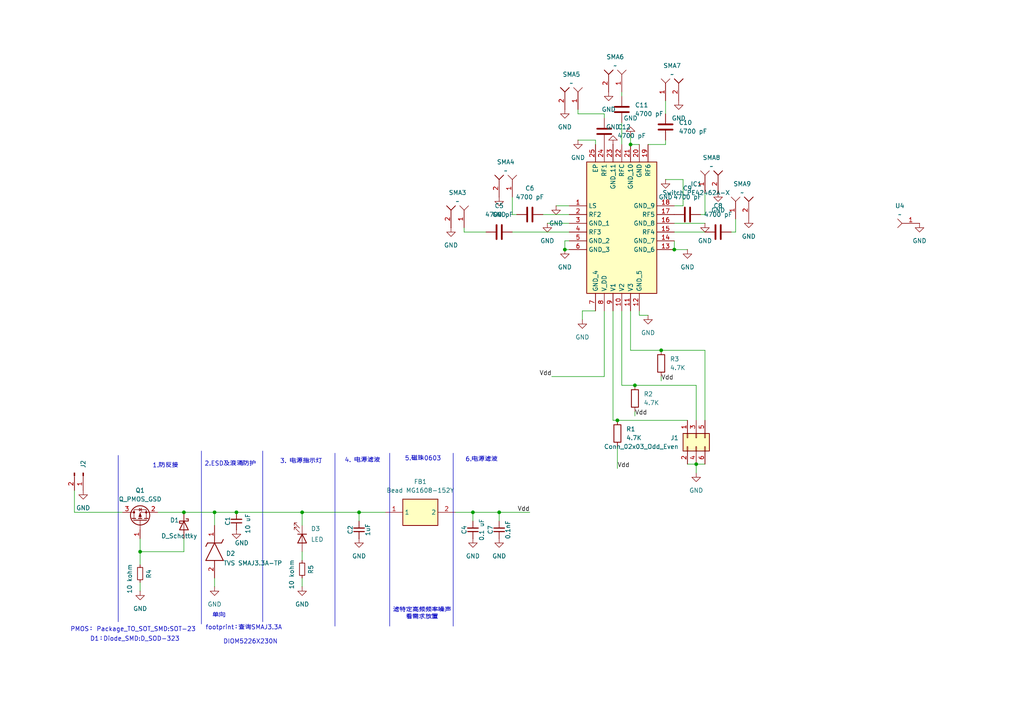
<source format=kicad_sch>
(kicad_sch (version 20231120) (generator "eeschema") (generator_version "8.0")
  (paper "A4")
  (lib_symbols
    (symbol "Connector:Conn_01x02_Pin" (pin_names (offset 1.016) hide)
      (property "Reference" "J" (at 0 2.54 0))
      (property "Value" "Conn_01x02_Pin" (at 0 -5.08 0))
      (symbol "Conn_01x02_Pin_1_1"
        (polyline (pts (xy 1.27 -2.54) (xy 0.8636 -2.54)) (stroke (width 0.1524)))
        (polyline (pts (xy 1.27 0) (xy 0.8636 0)) (stroke (width 0.1524)))
        (rectangle (start 0.8636 -2.413) (end 0 -2.667) (stroke (width 0.1524)) (fill (type outline)))
        (rectangle (start 0.8636 0.127) (end 0 -0.127) (stroke (width 0.1524)) (fill (type outline)))
        (pin passive line (at 5.08 0 180) (length 3.81) (name "Pin_1") (number "1"))
        (pin passive line (at 5.08 -2.54 180) (length 3.81) (name "Pin_2") (number "2"))
      )
    )
    (symbol "Connector_Generic:Conn_02x03_Odd_Even" (pin_names (offset 1.016) hide)
      (property "Reference" "J" (at 1.27 5.08 0))
      (property "Value" "Conn_02x03_Odd_Even" (at 1.27 -5.08 0))
      (symbol "Conn_02x03_Odd_Even_1_1"
        (rectangle (start -1.27 -2.413) (end 0 -2.667) (stroke (width 0.1524)))
        (rectangle (start -1.27 0.127) (end 0 -0.127) (stroke (width 0.1524)))
        (rectangle (start -1.27 2.667) (end 0 2.413) (stroke (width 0.1524)))
        (rectangle (start -1.27 3.81) (end 3.81 -3.81) (stroke (width 0.254)) (fill (type background)))
        (rectangle (start 3.81 -2.413) (end 2.54 -2.667) (stroke (width 0.1524)))
        (rectangle (start 3.81 0.127) (end 2.54 -0.127) (stroke (width 0.1524)))
        (rectangle (start 3.81 2.667) (end 2.54 2.413) (stroke (width 0.1524)))
        (pin passive line (at -5.08 2.54 0) (length 3.81) (name "Pin_1") (number "1"))
        (pin passive line (at 7.62 2.54 180) (length 3.81) (name "Pin_2") (number "2"))
        (pin passive line (at -5.08 0 0) (length 3.81) (name "Pin_3") (number "3"))
        (pin passive line (at 7.62 0 180) (length 3.81) (name "Pin_4") (number "4"))
        (pin passive line (at -5.08 -2.54 0) (length 3.81) (name "Pin_5") (number "5"))
        (pin passive line (at 7.62 -2.54 180) (length 3.81) (name "Pin_6") (number "6"))
      )
    )
    (symbol "Device:C" (pin_numbers hide) (pin_names (offset 0.254))
      (property "Reference" "C" (at 0.635 2.54 0))
      (property "Value" "C" (at 0.635 -2.54 0))
      (symbol "C_0_1"
        (polyline (pts (xy -2.032 -0.762) (xy 2.032 -0.762)) (stroke (width 0.508)))
        (polyline (pts (xy -2.032 0.762) (xy 2.032 0.762)) (stroke (width 0.508)))
      )
      (symbol "C_1_1"
        (pin passive line (at 0 3.81 270) (length 2.794) (name "~") (number "1"))
        (pin passive line (at 0 -3.81 90) (length 2.794) (name "~") (number "2"))
      )
    )
    (symbol "Device:C_Small" (pin_numbers hide) (pin_names (offset 0.254) hide)
      (property "Reference" "C" (at 0.254 1.778 0))
      (property "Value" "C_Small" (at 0.254 -2.032 0))
      (symbol "C_Small_0_1"
        (polyline (pts (xy -1.524 -0.508) (xy 1.524 -0.508)) (stroke (width 0.3302)))
        (polyline (pts (xy -1.524 0.508) (xy 1.524 0.508)) (stroke (width 0.3048)))
      )
      (symbol "C_Small_1_1"
        (pin passive line (at 0 2.54 270) (length 2.032) (name "~") (number "1"))
        (pin passive line (at 0 -2.54 90) (length 2.032) (name "~") (number "2"))
      )
    )
    (symbol "Device:D_Schottky" (pin_numbers hide) (pin_names (offset 1.016) hide)
      (property "Reference" "D" (at 0 2.54 0))
      (property "Value" "D_Schottky" (at 0 -2.54 0))
      (symbol "D_Schottky_0_1"
        (polyline (pts (xy 1.27 0) (xy -1.27 0)))
        (polyline (pts (xy 1.27 1.27) (xy 1.27 -1.27) (xy -1.27 0) (xy 1.27 1.27)) (stroke (width 0.254)))
        (polyline (pts (xy -1.905 0.635) (xy -1.905 1.27) (xy -1.27 1.27) (xy -1.27 -1.27) (xy -0.635 -1.27) (xy -0.635 -0.635)) (stroke (width 0.254)))
      )
      (symbol "D_Schottky_1_1"
        (pin passive line (at -3.81 0 0) (length 2.54) (name "K") (number "1"))
        (pin passive line (at 3.81 0 180) (length 2.54) (name "A") (number "2"))
      )
    )
    (symbol "Device:LED" (pin_numbers hide) (pin_names (offset 1.016) hide)
      (property "Reference" "D" (at 0 2.54 0))
      (property "Value" "LED" (at 0 -2.54 0))
      (symbol "LED_0_1"
        (polyline (pts (xy -1.27 -1.27) (xy -1.27 1.27)) (stroke (width 0.254)))
        (polyline (pts (xy -1.27 0) (xy 1.27 0)))
        (polyline (pts (xy 1.27 -1.27) (xy 1.27 1.27) (xy -1.27 0) (xy 1.27 -1.27)) (stroke (width 0.254)))
        (polyline (pts (xy -3.048 -0.762) (xy -4.572 -2.286) (xy -3.81 -2.286) (xy -4.572 -2.286) (xy -4.572 -1.524)))
        (polyline (pts (xy -1.778 -0.762) (xy -3.302 -2.286) (xy -2.54 -2.286) (xy -3.302 -2.286) (xy -3.302 -1.524)))
      )
      (symbol "LED_1_1"
        (pin passive line (at -3.81 0 0) (length 2.54) (name "K") (number "1"))
        (pin passive line (at 3.81 0 180) (length 2.54) (name "A") (number "2"))
      )
    )
    (symbol "Device:Q_PMOS_GSD" (pin_names (offset 0) hide)
      (property "Reference" "Q" (at 5.08 1.27 0))
      (property "Value" "Q_PMOS_GSD" (at 5.08 -1.27 0))
      (symbol "Q_PMOS_GSD_0_1"
        (polyline (pts (xy 0.254 0) (xy -2.54 0)))
        (polyline (pts (xy 0.254 1.905) (xy 0.254 -1.905)) (stroke (width 0.254)))
        (polyline (pts (xy 0.762 -1.27) (xy 0.762 -2.286)) (stroke (width 0.254)))
        (polyline (pts (xy 0.762 0.508) (xy 0.762 -0.508)) (stroke (width 0.254)))
        (polyline (pts (xy 0.762 2.286) (xy 0.762 1.27)) (stroke (width 0.254)))
        (polyline (pts (xy 2.54 2.54) (xy 2.54 1.778)))
        (polyline (pts (xy 2.54 -2.54) (xy 2.54 0) (xy 0.762 0)))
        (polyline (pts (xy 0.762 1.778) (xy 3.302 1.778) (xy 3.302 -1.778) (xy 0.762 -1.778)))
        (polyline (pts (xy 2.286 0) (xy 1.27 0.381) (xy 1.27 -0.381) (xy 2.286 0)) (fill (type outline)))
        (polyline (pts (xy 2.794 -0.508) (xy 2.921 -0.381) (xy 3.683 -0.381) (xy 3.81 -0.254)))
        (polyline (pts (xy 3.302 -0.381) (xy 2.921 0.254) (xy 3.683 0.254) (xy 3.302 -0.381)))
        (circle (center 1.651 0) (radius 2.794) (stroke (width 0.254)))
        (circle (center 2.54 -1.778) (radius 0.254) (fill (type outline)))
        (circle (center 2.54 1.778) (radius 0.254) (fill (type outline)))
      )
      (symbol "Q_PMOS_GSD_1_1"
        (pin input line (at -5.08 0 0) (length 2.54) (name "G") (number "1"))
        (pin passive line (at 2.54 -5.08 90) (length 2.54) (name "S") (number "2"))
        (pin passive line (at 2.54 5.08 270) (length 2.54) (name "D") (number "3"))
      )
    )
    (symbol "Device:R" (pin_numbers hide) (pin_names (offset 0))
      (property "Reference" "R" (at 2.032 0 90))
      (property "Value" "R" (at 0 0 90))
      (symbol "R_0_1"
        (rectangle (start -1.016 -2.54) (end 1.016 2.54) (stroke (width 0.254)))
      )
      (symbol "R_1_1"
        (pin passive line (at 0 3.81 270) (length 1.27) (name "~") (number "1"))
        (pin passive line (at 0 -3.81 90) (length 1.27) (name "~") (number "2"))
      )
    )
    (symbol "Device:R_Small" (pin_numbers hide) (pin_names (offset 0.254) hide)
      (property "Reference" "R" (at 0.762 0.508 0))
      (property "Value" "R_Small" (at 0.762 -1.016 0))
      (symbol "R_Small_0_1"
        (rectangle (start -0.762 1.778) (end 0.762 -1.778) (stroke (width 0.2032)))
      )
      (symbol "R_Small_1_1"
        (pin passive line (at 0 2.54 270) (length 0.762) (name "~") (number "1"))
        (pin passive line (at 0 -2.54 90) (length 0.762) (name "~") (number "2"))
      )
    )
    (symbol "MUSIC_LAB:Bead MG1608-152Y"
      (property "Reference" "FB" (at 16.51 7.62 0))
      (property "Value" "Bead MG1608-152Y" (at 16.51 5.08 0))
      (symbol "Bead MG1608-152Y_1_1"
        (rectangle (start 5.08 2.54) (end 15.24 -5.08) (stroke (width 0.254)) (fill (type background)))
        (pin passive line (at 0 -1.27 0) (length 5.08) (name "1") (number "1"))
        (pin passive line (at 20.32 -1.27 180) (length 5.08) (name "2") (number "2"))
      )
    )
    (symbol "MUSIC_LAB:SMA"
      (property "Reference" "SMA" (at 1.27 -1.27 0))
      (symbol "SMA_0_1"
        (polyline (pts (xy -1.27 1.27) (xy -2.54 0)))
        (polyline (pts (xy -1.27 1.27) (xy -2.54 0)))
        (polyline (pts (xy -1.27 1.27) (xy -2.54 0)))
        (polyline (pts (xy -1.27 1.27) (xy -2.54 0)))
        (polyline (pts (xy -1.27 1.27) (xy -2.54 2.54)))
        (polyline (pts (xy -1.27 1.27) (xy -2.54 2.54)))
        (polyline (pts (xy -1.27 1.27) (xy -2.54 2.54)))
        (polyline (pts (xy -1.27 1.27) (xy -2.54 2.54)))
        (polyline (pts (xy -1.27 5.08) (xy -2.54 3.81)))
        (polyline (pts (xy -1.27 5.08) (xy -2.54 6.35)))
      )
      (symbol "SMA_1_1"
        (pin passive line (at 3.81 5.08 180) (length 5.08) (name "") (number "1"))
        (pin passive line (at 3.81 1.27 180) (length 5.08) (name "") (number "2"))
      )
    )
    (symbol "MUSIC_LAB:Switch_PE42462A-X"
      (property "Reference" "IC" (at 26.67 17.78 0))
      (property "Value" "Switch_PE42462A-X" (at 26.67 15.24 0))
      (symbol "Switch_PE42462A-X_1_1"
        (rectangle (start 5.08 12.7) (end 25.4 -25.4) (stroke (width 0.254)) (fill (type background)))
        (pin passive line (at 0 0 0) (length 5.08) (name "LS") (number "1"))
        (pin passive line (at 15.24 -30.48 90) (length 5.08) (name "V2") (number "10"))
        (pin passive line (at 17.78 -30.48 90) (length 5.08) (name "V3") (number "11"))
        (pin passive line (at 20.32 -30.48 90) (length 5.08) (name "GND_5") (number "12"))
        (pin passive line (at 30.48 -12.7 180) (length 5.08) (name "GND_6") (number "13"))
        (pin passive line (at 30.48 -10.16 180) (length 5.08) (name "GND_7") (number "14"))
        (pin passive line (at 30.48 -7.62 180) (length 5.08) (name "RF4") (number "15"))
        (pin passive line (at 30.48 -5.08 180) (length 5.08) (name "GND_8") (number "16"))
        (pin passive line (at 30.48 -2.54 180) (length 5.08) (name "RF5") (number "17"))
        (pin passive line (at 30.48 0 180) (length 5.08) (name "GND_9") (number "18"))
        (pin passive line (at 22.86 17.78 270) (length 5.08) (name "RF6") (number "19"))
        (pin passive line (at 0 -2.54 0) (length 5.08) (name "RF2") (number "2"))
        (pin passive line (at 20.32 17.78 270) (length 5.08) (name "GND") (number "20"))
        (pin passive line (at 17.78 17.78 270) (length 5.08) (name "GND_10") (number "21"))
        (pin passive line (at 15.24 17.78 270) (length 5.08) (name "RFC") (number "22"))
        (pin passive line (at 12.7 17.78 270) (length 5.08) (name "GND_11") (number "23"))
        (pin passive line (at 10.16 17.78 270) (length 5.08) (name "RF1") (number "24"))
        (pin passive line (at 7.62 17.78 270) (length 5.08) (name "EP") (number "25"))
        (pin passive line (at 0 -5.08 0) (length 5.08) (name "GND_1") (number "3"))
        (pin passive line (at 0 -7.62 0) (length 5.08) (name "RF3") (number "4"))
        (pin passive line (at 0 -10.16 0) (length 5.08) (name "GND_2") (number "5"))
        (pin passive line (at 0 -12.7 0) (length 5.08) (name "GND_3") (number "6"))
        (pin passive line (at 7.62 -30.48 90) (length 5.08) (name "GND_4") (number "7"))
        (pin passive line (at 10.16 -30.48 90) (length 5.08) (name "V_DD") (number "8"))
        (pin passive line (at 12.7 -30.48 90) (length 5.08) (name "V1") (number "9"))
      )
    )
    (symbol "MUSIC_LAB:TVS SMAJ3.3A-TP" (pin_names hide)
      (property "Reference" "D" (at 10.16 8.89 0))
      (property "Value" "TVS SMAJ3.3A-TP" (at 2.54 6.096 0))
      (symbol "TVS SMAJ3.3A-TP_1_1"
        (polyline (pts (xy 4.064 2.54) (xy 5.08 2.032)) (stroke (width 0.254)))
        (polyline (pts (xy 5.08 -2.032) (xy 5.08 2.032)) (stroke (width 0.254)))
        (polyline (pts (xy 5.08 -2.032) (xy 6.096 -2.54)) (stroke (width 0.254)))
        (polyline (pts (xy 5.08 0) (xy 10.16 2.54)) (stroke (width 0.254)))
        (polyline (pts (xy 10.16 -2.54) (xy 5.08 0)) (stroke (width 0.254)))
        (polyline (pts (xy 10.16 -2.54) (xy 10.16 2.54)) (stroke (width 0.254)))
        (pin passive line (at 0 0 0) (length 5.08) (name "K") (number "1"))
        (pin passive line (at 15.24 0 180) (length 5.08) (name "A") (number "2"))
      )
    )
    (symbol "MUSIC_LAB:Via_GND"
      (property "Reference" "U" (at 0 0 0))
      (symbol "Via_GND_0_1"
        (polyline (pts (xy -3.81 3.81) (xy -5.08 2.54)))
        (polyline (pts (xy -3.81 3.81) (xy -5.08 5.08)))
      )
      (symbol "Via_GND_1_1"
        (pin passive line (at 1.27 3.81 180) (length 5.08) (name "") (number "1"))
      )
    )
    (symbol "power:GND" (power) (pin_numbers hide) (pin_names (offset 0) hide)
      (property "Value" "GND" (at 0 -3.81 0))
      (symbol "GND_0_1"
        (polyline (pts (xy 0 0) (xy 0 -1.27) (xy 1.27 -1.27) (xy 0 -2.54) (xy -1.27 -1.27) (xy 0 -1.27)))
      )
      (symbol "GND_1_1"
        (pin power_in line (at 0 0 270) (length 0) (name "~") (number "1"))
      )
    )
  )
  (junction (at 68.58 148.59))
  (junction (at 201.93 134.62))
  (junction (at 163.83 72.39))
  (junction (at 182.88 41.91))
  (junction (at 40.64 160.02))
  (junction (at 87.63 148.59))
  (junction (at 53.34 148.59))
  (junction (at 144.78 148.59))
  (junction (at 104.14 148.59))
  (junction (at 179.07 121.92))
  (junction (at 62.23 148.59))
  (junction (at 191.77 101.6))
  (junction (at 195.58 72.39))
  (junction (at 184.15 111.76))
  (junction (at 137.16 148.59))
  (wire (pts (xy 132.08 148.59) (xy 137.16 148.59)))
  (wire (pts (xy 163.83 69.85) (xy 165.1 69.85)))
  (wire (pts (xy 160.02 109.22) (xy 175.26 109.22)))
  (wire (pts (xy 185.42 91.44) (xy 187.96 91.44)))
  (wire (pts (xy 179.07 121.92) (xy 199.39 121.92)))
  (wire (pts (xy 21.59 148.59) (xy 35.56 148.59)))
  (wire (pts (xy 175.26 109.22) (xy 175.26 90.17)))
  (wire (pts (xy 45.72 148.59) (xy 53.34 148.59)))
  (polyline (pts (xy 34.29 132.08) (xy 34.29 180.34)))
  (wire (pts (xy 182.88 90.17) (xy 182.88 101.6)))
  (polyline (pts (xy 76.2 130.81) (xy 76.2 180.34)))
  (wire (pts (xy 199.39 72.39) (xy 195.58 72.39)))
  (wire (pts (xy 204.47 64.77) (xy 195.58 64.77)))
  (wire (pts (xy 134.62 66.04) (xy 134.62 67.31)))
  (wire (pts (xy 191.77 110.49) (xy 191.77 109.22)))
  (wire (pts (xy 193.04 40.64) (xy 193.04 41.91)))
  (wire (pts (xy 175.26 33.02) (xy 175.26 34.29)))
  (wire (pts (xy 104.14 148.59) (xy 104.14 151.13)))
  (polyline (pts (xy 97.155 131.445) (xy 97.155 181.61)))
  (wire (pts (xy 144.78 148.59) (xy 153.67 148.59)))
  (wire (pts (xy 204.47 62.23) (xy 203.2 62.23)))
  (polyline (pts (xy 113.03 131.445) (xy 113.03 181.61)))
  (wire (pts (xy 191.77 101.6) (xy 204.47 101.6)))
  (wire (pts (xy 148.59 67.31) (xy 165.1 67.31)))
  (wire (pts (xy 167.64 40.64) (xy 172.72 40.64)))
  (wire (pts (xy 40.64 171.45) (xy 40.64 168.91)))
  (wire (pts (xy 62.23 170.18) (xy 62.23 167.64)))
  (wire (pts (xy 87.63 148.59) (xy 104.14 148.59)))
  (wire (pts (xy 87.63 162.56) (xy 87.63 160.02)))
  (wire (pts (xy 148.59 57.15) (xy 148.59 62.23)))
  (wire (pts (xy 177.8 121.92) (xy 179.07 121.92)))
  (wire (pts (xy 193.04 29.21) (xy 193.04 33.02)))
  (wire (pts (xy 185.42 90.17) (xy 185.42 91.44)))
  (wire (pts (xy 21.59 148.59) (xy 21.59 142.24)))
  (wire (pts (xy 53.34 160.02) (xy 40.64 160.02)))
  (wire (pts (xy 144.78 148.59) (xy 144.78 151.13)))
  (wire (pts (xy 163.83 72.39) (xy 165.1 72.39)))
  (wire (pts (xy 204.47 101.6) (xy 204.47 121.92)))
  (wire (pts (xy 213.36 67.31) (xy 212.09 67.31)))
  (wire (pts (xy 168.91 92.71) (xy 168.91 90.17)))
  (wire (pts (xy 172.72 40.64) (xy 172.72 41.91)))
  (wire (pts (xy 167.64 31.75) (xy 167.64 33.02)))
  (wire (pts (xy 180.34 111.76) (xy 184.15 111.76)))
  (wire (pts (xy 165.1 59.69) (xy 161.29 59.69)))
  (wire (pts (xy 182.88 39.37) (xy 182.88 41.91)))
  (wire (pts (xy 163.83 72.39) (xy 163.83 69.85)))
  (wire (pts (xy 201.93 111.76) (xy 201.93 121.92)))
  (wire (pts (xy 53.34 156.21) (xy 53.34 160.02)))
  (wire (pts (xy 180.34 90.17) (xy 180.34 111.76)))
  (wire (pts (xy 180.34 26.67) (xy 180.34 27.94)))
  (wire (pts (xy 149.86 62.23) (xy 148.59 62.23)))
  (wire (pts (xy 213.36 63.5) (xy 213.36 67.31)))
  (wire (pts (xy 193.04 52.07) (xy 198.12 52.07)))
  (wire (pts (xy 184.15 120.65) (xy 184.15 119.38)))
  (polyline (pts (xy 131.445 131.445) (xy 131.445 181.61)))
  (wire (pts (xy 87.63 152.4) (xy 87.63 148.59)))
  (wire (pts (xy 62.23 152.4) (xy 62.23 148.59)))
  (wire (pts (xy 201.93 134.62) (xy 204.47 134.62)))
  (wire (pts (xy 68.58 148.59) (xy 87.63 148.59)))
  (wire (pts (xy 165.1 64.77) (xy 158.75 64.77)))
  (wire (pts (xy 198.12 52.07) (xy 198.12 59.69)))
  (wire (pts (xy 167.64 33.02) (xy 175.26 33.02)))
  (wire (pts (xy 179.07 135.89) (xy 179.07 129.54)))
  (wire (pts (xy 180.34 35.56) (xy 180.34 41.91)))
  (wire (pts (xy 137.16 148.59) (xy 144.78 148.59)))
  (wire (pts (xy 201.93 134.62) (xy 199.39 134.62)))
  (wire (pts (xy 168.91 90.17) (xy 172.72 90.17)))
  (wire (pts (xy 104.14 148.59) (xy 111.76 148.59)))
  (wire (pts (xy 134.62 67.31) (xy 140.97 67.31)))
  (wire (pts (xy 137.16 148.59) (xy 137.16 151.13)))
  (wire (pts (xy 195.58 72.39) (xy 195.58 69.85)))
  (wire (pts (xy 182.88 101.6) (xy 191.77 101.6)))
  (wire (pts (xy 187.96 41.91) (xy 193.04 41.91)))
  (wire (pts (xy 204.47 55.88) (xy 204.47 62.23)))
  (polyline (pts (xy 58.42 130.81) (xy 58.42 180.975)))
  (wire (pts (xy 201.93 137.16) (xy 201.93 134.62)))
  (wire (pts (xy 53.34 148.59) (xy 62.23 148.59)))
  (wire (pts (xy 87.63 170.18) (xy 87.63 167.64)))
  (wire (pts (xy 177.8 90.17) (xy 177.8 121.92)))
  (wire (pts (xy 40.64 163.83) (xy 40.64 160.02)))
  (wire (pts (xy 165.1 62.23) (xy 157.48 62.23)))
  (wire (pts (xy 204.47 67.31) (xy 195.58 67.31)))
  (wire (pts (xy 198.12 59.69) (xy 195.58 59.69)))
  (wire (pts (xy 40.64 160.02) (xy 40.64 156.21)))
  (wire (pts (xy 184.15 111.76) (xy 201.93 111.76)))
  (wire (pts (xy 62.23 148.59) (xy 68.58 148.59)))
  (wire (pts (xy 182.88 41.91) (xy 185.42 41.91)))
  (text "滤特定高频频率噪声\n看需求放置" (at 122.428 178.054 0) (effects (font (size 1.27 1.27))))
  (text "footprint：查询SMAJ3.3A    \n\nDIOM5226X230N" (at 72.644 184.15 0) (effects (font (size 1.27 1.27))))
  (text "4. 电源滤波" (at 105.156 133.604 0) (effects (font (size 1.27 1.27))))
  (text "6.电源滤波" (at 139.7 133.35 0) (effects (font (size 1.27 1.27))))
  (text "1.防反接" (at 48.006 135.128 0) (effects (font (size 1.27 1.27))))
  (text "5.磁珠0603" (at 122.682 133.096 0) (effects (font (size 1.27 1.27))))
  (text "D1：Diode_SMD:D_SOD-323" (at 39.116 185.42 0) (effects (font (size 1.27 1.27))))
  (text "3. 电源指示灯" (at 87.376 133.858 0) (effects (font (size 1.27 1.27))))
  (text "2.ESD及浪涌防护" (at 66.802 134.62 0) (effects (font (size 1.27 1.27))))
  (text "PMOS： Package_TO_SOT_SMD:SOT-23" (at 38.608 182.626 0) (effects (font (size 1.27 1.27))))
  (text "单向" (at 63.5 178.562 0) (effects (font (size 1.27 1.27))))
  (label "Vdd" (at 153.67 148.59 180))
  (label "Vdd" (at 160.02 109.22 180))
  (label "Vdd" (at 184.15 120.65 0))
  (label "Vdd" (at 179.07 135.89 0))
  (label "Vdd" (at 191.77 110.49 0))
  (symbol (lib_id "Device:R") (at 184.15 115.57 180) (unit 1)
    (property "Reference" "R2" (at 186.69 114.2999 0) (effects (justify right)))
    (property "Value" "4.7K" (at 186.69 116.8399 0) (effects (justify right)))
    (property "Footprint" "Resistor_SMD:R_0402_1005Metric" (effects (hide yes)))
    (property "Description" "Resistor" (effects (hide yes)))
  )
  (symbol (lib_id "power:GND") (at 266.7 64.77 0) (mirror y) (unit 1)
    (property "Reference" "#PWR029" (effects (hide yes)))
    (property "Value" "GND" (at 266.7 69.85 0))
    (property "Description" "Power symbol creates a global label with name \"GND\" , ground" (effects (hide yes)))
  )
  (symbol (lib_id "Device:C") (at 144.78 67.31 90) (unit 1)
    (property "Reference" "C5" (at 144.78 59.69 90))
    (property "Value" "4700 pF" (at 144.78 62.23 90))
    (property "Footprint" "Capacitor_SMD:C_0402_1005Metric" (effects (hide yes)))
    (property "Description" "Unpolarized capacitor" (effects (hide yes)))
  )
  (symbol (lib_id "Device:R") (at 179.07 125.73 180) (unit 1)
    (property "Reference" "R1" (at 181.61 124.4599 0) (effects (justify right)))
    (property "Value" "4.7K" (at 181.61 126.9999 0) (effects (justify right)))
    (property "Footprint" "Resistor_SMD:R_0402_1005Metric" (effects (hide yes)))
    (property "Description" "Resistor" (effects (hide yes)))
  )
  (symbol (lib_id "Device:R") (at 191.77 105.41 180) (unit 1)
    (property "Reference" "R3" (at 194.31 104.1399 0) (effects (justify right)))
    (property "Value" "4.7K" (at 194.31 106.6799 0) (effects (justify right)))
    (property "Footprint" "Resistor_SMD:R_0402_1005Metric" (effects (hide yes)))
    (property "Description" "Resistor" (effects (hide yes)))
  )
  (symbol (lib_id "Device:C") (at 175.26 38.1 180) (unit 1)
    (property "Reference" "C12" (at 179.07 36.8299 0) (effects (justify right)))
    (property "Value" "4700 pF" (at 179.07 39.3699 0) (effects (justify right)))
    (property "Footprint" "Capacitor_SMD:C_0402_1005Metric" (effects (hide yes)))
    (property "Description" "Unpolarized capacitor" (effects (hide yes)))
  )
  (symbol (lib_id "power:GND") (at 167.64 40.64 0) (mirror y) (unit 1)
    (property "Reference" "#PWR012" (effects (hide yes)))
    (property "Value" "GND" (at 167.64 45.72 0))
    (property "Description" "Power symbol creates a global label with name \"GND\" , ground" (effects (hide yes)))
  )
  (symbol (lib_id "MUSIC_LAB:SMA") (at 143.51 53.34 270) (unit 1)
    (property "Reference" "SMA4" (at 146.685 46.99 90))
    (property "Value" "~" (at 146.685 49.53 90))
    (property "Footprint" "MUSIC_Lab:SMA_KHD_Back" (effects (hide yes)))
  )
  (symbol (lib_id "power:GND") (at 182.88 39.37 0) (mirror x) (unit 1)
    (property "Reference" "#PWR017" (effects (hide yes)))
    (property "Value" "GND" (at 182.88 34.29 0))
    (property "Description" "Power symbol creates a global label with name \"GND\" , ground" (effects (hide yes)))
  )
  (symbol (lib_id "power:GND") (at 208.28 55.88 0) (mirror y) (unit 1)
    (property "Reference" "#PWR024" (effects (hide yes)))
    (property "Value" "GND" (at 208.28 60.96 0))
    (property "Description" "Power symbol creates a global label with name \"GND\" , ground" (effects (hide yes)))
  )
  (symbol (lib_id "power:GND") (at 204.47 64.77 0) (mirror y) (unit 1)
    (property "Reference" "#PWR023" (effects (hide yes)))
    (property "Value" "GND" (at 204.47 69.85 0))
    (property "Description" "Power symbol creates a global label with name \"GND\" , ground" (effects (hide yes)))
  )
  (symbol (lib_id "power:GND") (at 40.64 171.45 0) (unit 1)
    (property "Reference" "#PWR02" (effects (hide yes)))
    (property "Value" "GND" (at 40.64 176.53 0))
    (property "Description" "Power symbol creates a global label with name \"GND\" , ground" (effects (hide yes)))
  )
  (symbol (lib_id "power:GND") (at 176.53 26.67 0) (unit 1)
    (property "Reference" "#PWR014" (effects (hide yes)))
    (property "Value" "GND" (at 176.53 31.75 0))
    (property "Description" "Power symbol creates a global label with name \"GND\" , ground" (effects (hide yes)))
  )
  (symbol (lib_id "power:GND") (at 130.81 66.04 0) (unit 1)
    (property "Reference" "#PWR03" (effects (hide yes)))
    (property "Value" "GND" (at 130.81 71.12 0))
    (property "Description" "Power symbol creates a global label with name \"GND\" , ground" (effects (hide yes)))
  )
  (symbol (lib_id "power:GND") (at 68.58 153.67 0) (unit 1)
    (property "Reference" "#PWR06" (effects (hide yes)))
    (property "Value" "GND" (at 70.104 157.48 0))
    (property "Description" "Power symbol creates a global label with name \"GND\" , ground" (effects (hide yes)))
  )
  (symbol (lib_id "power:GND") (at 161.29 59.69 0) (unit 1)
    (property "Reference" "#PWR09" (effects (hide yes)))
    (property "Value" "GND" (at 161.29 64.77 0))
    (property "Description" "Power symbol creates a global label with name \"GND\" , ground" (effects (hide yes)))
  )
  (symbol (lib_id "power:GND") (at 87.63 170.18 0) (unit 1)
    (property "Reference" "#PWR08" (effects (hide yes)))
    (property "Value" "GND" (at 87.63 175.26 0))
    (property "Description" "Power symbol creates a global label with name \"GND\" , ground" (effects (hide yes)))
  )
  (symbol (lib_id "power:GND") (at 187.96 91.44 0) (mirror y) (unit 1)
    (property "Reference" "#PWR027" (effects (hide yes)))
    (property "Value" "GND" (at 187.96 96.52 0))
    (property "Description" "Power symbol creates a global label with name \"GND\" , ground" (effects (hide yes)))
  )
  (symbol (lib_id "Connector_Generic:Conn_02x03_Odd_Even") (at 201.93 127 90) (mirror x) (unit 1)
    (property "Reference" "J1" (at 196.85 126.9999 90) (effects (justify left)))
    (property "Value" "Conn_02x03_Odd_Even" (at 196.85 129.5399 90) (effects (justify left)))
    (property "Footprint" "Connector_PinHeader_2.54mm:PinHeader_2x03_P2.54mm_Vertical" (effects (hide yes)))
    (property "Description" "Generic connector, double row, 02x03, odd/even pin numbering scheme (row 1 odd numbers, row 2 even numbers), script generated (kicad-library-utils/schlib/autogen/connector/)" (effects (hide yes)))
  )
  (symbol (lib_id "MUSIC_LAB:TVS SMAJ3.3A-TP") (at 62.23 152.4 270) (unit 1)
    (property "Reference" "D2" (at 65.532 160.528 90) (effects (justify left)))
    (property "Value" "TVS SMAJ3.3A-TP" (at 64.77 163.322 90) (effects (justify left)))
    (property "Footprint" "MUSIC_Lab:TVS DIOM5226X230N" (effects (hide yes)))
    (property "Datasheet" "https://www.mccsemi.com/pdf/Products/SMAJ5.0A-SMAJ440CA(SMA).pdf" (effects (hide yes)))
    (property "Description" "TVS" (effects (hide yes)))
    (property "Height" "2.3" (effects (hide yes)))
    (property "Mouser Part Number" "833-SMAJ6.0A-TP" (effects (hide yes)))
    (property "Mouser Price/Stock" "https://www.mouser.co.uk/ProductDetail/Micro-Commercial-Components-MCC/SMAJ6.0A-TP?qs=ZNK0BnemlqFcPFigxIydHg%3D%3D" (effects (hide yes)))
    (property "Manufacturer_Name" "MCC" (effects (hide yes)))
    (property "Manufacturer_Part_Number" "SMAJ6.0A-TP" (effects (hide yes)))
  )
  (symbol (lib_id "MUSIC_LAB:SMA") (at 218.44 59.69 90) (mirror x) (unit 1)
    (property "Reference" "SMA9" (at 215.265 53.34 90))
    (property "Value" "~" (at 215.265 55.88 90))
    (property "Footprint" "MUSIC_Lab:SMA_KHD_Back" (effects (hide yes)))
  )
  (symbol (lib_id "power:GND") (at 193.04 52.07 0) (mirror y) (unit 1)
    (property "Reference" "#PWR022" (effects (hide yes)))
    (property "Value" "GND" (at 193.04 57.15 0))
    (property "Description" "Power symbol creates a global label with name \"GND\" , ground" (effects (hide yes)))
  )
  (symbol (lib_id "Device:C_Small") (at 144.78 153.67 180) (unit 1)
    (property "Reference" "C7" (at 142.24 153.67 90))
    (property "Value" "0.1nF" (at 147.32 153.67 90))
    (property "Footprint" "Capacitor_SMD:C_0402_1005Metric" (effects (hide yes)))
    (property "Description" "Unpolarized capacitor, small symbol" (effects (hide yes)))
  )
  (symbol (lib_id "Device:Q_PMOS_GSD") (at 40.64 151.13 90) (unit 1)
    (property "Reference" "Q1" (at 40.64 142.24 90))
    (property "Value" "Q_PMOS_GSD" (at 40.64 144.78 90))
    (property "Footprint" "Package_TO_SOT_SMD:SOT-23" (effects (hide yes)))
    (property "Description" "P-MOSFET transistor, gate/source/drain" (effects (hide yes)))
  )
  (symbol (lib_id "Device:C_Small") (at 104.14 153.67 180) (unit 1)
    (property "Reference" "C2" (at 101.6 153.67 90))
    (property "Value" "1uF" (at 106.68 153.67 90))
    (property "Footprint" "Capacitor_SMD:C_0402_1005Metric" (effects (hide yes)))
    (property "Description" "Unpolarized capacitor, small symbol" (effects (hide yes)))
  )
  (symbol (lib_id "MUSIC_LAB:SMA") (at 175.26 22.86 270) (unit 1)
    (property "Reference" "SMA6" (at 178.435 16.51 90))
    (property "Value" "~" (at 178.435 19.05 90))
    (property "Footprint" "MUSIC_Lab:SMA_KHD_Back" (effects (hide yes)))
  )
  (symbol (lib_id "MUSIC_LAB:SMA") (at 162.56 27.94 270) (unit 1)
    (property "Reference" "SMA5" (at 165.735 21.59 90))
    (property "Value" "~" (at 165.735 24.13 90))
    (property "Footprint" "MUSIC_Lab:SMA_KHD_Back" (effects (hide yes)))
  )
  (symbol (lib_id "Device:R_Small") (at 87.63 165.1 180) (unit 1)
    (property "Reference" "R5" (at 90.17 163.83 90) (effects (justify left)))
    (property "Value" "10 kohm" (at 84.582 162.306 90) (effects (justify left)))
    (property "Footprint" "Resistor_SMD:R_0402_1005Metric" (effects (hide yes)))
    (property "Description" "Resistor, small symbol" (effects (hide yes)))
  )
  (symbol (lib_id "power:GND") (at 196.85 29.21 0) (mirror y) (unit 1)
    (property "Reference" "#PWR020" (effects (hide yes)))
    (property "Value" "GND" (at 196.85 34.29 0))
    (property "Description" "Power symbol creates a global label with name \"GND\" , ground" (effects (hide yes)))
  )
  (symbol (lib_id "power:GND") (at 144.78 156.21 0) (unit 1)
    (property "Reference" "#PWR026" (effects (hide yes)))
    (property "Value" "GND" (at 144.78 161.29 0))
    (property "Description" "Power symbol creates a global label with name \"GND\" , ground" (effects (hide yes)))
  )
  (symbol (lib_id "power:GND") (at 177.8 41.91 0) (mirror x) (unit 1)
    (property "Reference" "#PWR015" (effects (hide yes)))
    (property "Value" "GND" (at 177.8 36.83 0))
    (property "Description" "Power symbol creates a global label with name \"GND\" , ground" (effects (hide yes)))
  )
  (symbol (lib_id "Device:R_Small") (at 40.64 166.37 180) (unit 1)
    (property "Reference" "R4" (at 43.18 165.1 90) (effects (justify left)))
    (property "Value" "10 kohm" (at 37.592 163.576 90) (effects (justify left)))
    (property "Footprint" "Resistor_SMD:R_0402_1005Metric" (effects (hide yes)))
    (property "Description" "Resistor, small symbol" (effects (hide yes)))
  )
  (symbol (lib_id "MUSIC_LAB:Switch_PE42462A-X") (at 165.1 59.69 0) (unit 1)
    (property "Reference" "IC1" (at 201.93 53.3714 0))
    (property "Value" "Switch_PE42462A-X" (at 201.93 55.9114 0))
    (property "Footprint" "MUSIC_Lab:Switch_1p6t_PE42462_QFN50P400X400X90-25N-D" (effects (hide yes)))
    (property "Datasheet" "https://componentsearchengine.com/Datasheets/1/PE42462A-X.pdf" (effects (hide yes)))
    (property "Description" "RF Switch ICs SP6T, Absorptive, 50? RF Switch, w/o ext. Vss" (effects (hide yes)))
    (property "Height" "0.9" (effects (hide yes)))
    (property "Mouser Part Number" "81-PE42462A-X" (effects (hide yes)))
    (property "Mouser Price/Stock" "https://www.mouser.co.uk/ProductDetail/pSemi/PE42462A-X?qs=5aG0NVq1C4xL5qZIdPVaWw%3D%3D" (effects (hide yes)))
    (property "Manufacturer_Name" "Peregrine Semiconductor" (effects (hide yes)))
    (property "Manufacturer_Part_Number" "PE42462A-X" (effects (hide yes)))
  )
  (symbol (lib_id "Device:D_Schottky") (at 53.34 152.4 270) (unit 1)
    (property "Reference" "D1" (at 49.276 150.876 90) (effects (justify left)))
    (property "Value" "D_Schottky" (at 46.736 155.448 90) (effects (justify left)))
    (property "Footprint" "Diode_SMD:D_SOD-323" (effects (hide yes)))
    (property "Description" "Schottky diode" (effects (hide yes)))
  )
  (symbol (lib_id "power:GND") (at 199.39 72.39 0) (mirror y) (unit 1)
    (property "Reference" "#PWR021" (effects (hide yes)))
    (property "Value" "GND" (at 199.39 77.47 0))
    (property "Description" "Power symbol creates a global label with name \"GND\" , ground" (effects (hide yes)))
  )
  (symbol (lib_id "Device:C") (at 199.39 62.23 90) (unit 1)
    (property "Reference" "C9" (at 199.39 54.61 90))
    (property "Value" "4700 pF" (at 199.39 57.15 90))
    (property "Footprint" "Capacitor_SMD:C_0402_1005Metric" (effects (hide yes)))
    (property "Description" "Unpolarized capacitor" (effects (hide yes)))
  )
  (symbol (lib_id "Device:C") (at 193.04 36.83 180) (unit 1)
    (property "Reference" "C10" (at 196.85 35.5599 0) (effects (justify right)))
    (property "Value" "4700 pF" (at 196.85 38.0999 0) (effects (justify right)))
    (property "Footprint" "Capacitor_SMD:C_0402_1005Metric" (effects (hide yes)))
    (property "Description" "Unpolarized capacitor" (effects (hide yes)))
  )
  (symbol (lib_id "power:GND") (at 163.83 31.75 0) (unit 1)
    (property "Reference" "#PWR011" (effects (hide yes)))
    (property "Value" "GND" (at 163.83 36.83 0))
    (property "Description" "Power symbol creates a global label with name \"GND\" , ground" (effects (hide yes)))
  )
  (symbol (lib_id "power:GND") (at 144.78 57.15 0) (unit 1)
    (property "Reference" "#PWR05" (effects (hide yes)))
    (property "Value" "GND" (at 144.78 62.23 0))
    (property "Description" "Power symbol creates a global label with name \"GND\" , ground" (effects (hide yes)))
  )
  (symbol (lib_id "power:GND") (at 104.14 156.21 0) (unit 1)
    (property "Reference" "#PWR018" (effects (hide yes)))
    (property "Value" "GND" (at 104.14 161.29 0))
    (property "Description" "Power symbol creates a global label with name \"GND\" , ground" (effects (hide yes)))
  )
  (symbol (lib_id "power:GND") (at 217.17 63.5 0) (mirror y) (unit 1)
    (property "Reference" "#PWR025" (effects (hide yes)))
    (property "Value" "GND" (at 217.17 68.58 0))
    (property "Description" "Power symbol creates a global label with name \"GND\" , ground" (effects (hide yes)))
  )
  (symbol (lib_id "power:GND") (at 62.23 170.18 0) (unit 1)
    (property "Reference" "#PWR04" (effects (hide yes)))
    (property "Value" "GND" (at 62.23 175.26 0))
    (property "Description" "Power symbol creates a global label with name \"GND\" , ground" (effects (hide yes)))
  )
  (symbol (lib_id "Device:C") (at 180.34 31.75 180) (unit 1)
    (property "Reference" "C11" (at 184.15 30.4799 0) (effects (justify right)))
    (property "Value" "4700 pF" (at 184.15 33.0199 0) (effects (justify right)))
    (property "Footprint" "Capacitor_SMD:C_0402_1005Metric" (effects (hide yes)))
    (property "Description" "Unpolarized capacitor" (effects (hide yes)))
  )
  (symbol (lib_id "MUSIC_LAB:Via_GND") (at 265.43 68.58 0) (unit 1)
    (property "Reference" "U4" (at 260.985 59.69 0))
    (property "Value" "~" (at 260.985 62.23 0))
    (property "Footprint" "MUSIC_Lab:Outline_4x3_cavity_1.5mm" (effects (hide yes)))
  )
  (symbol (lib_id "power:GND") (at 201.93 137.16 0) (unit 1)
    (property "Reference" "#PWR016" (effects (hide yes)))
    (property "Value" "GND" (at 201.93 142.24 0))
    (property "Description" "Power symbol creates a global label with name \"GND\" , ground" (effects (hide yes)))
  )
  (symbol (lib_id "Device:C_Small") (at 137.16 153.67 180) (unit 1)
    (property "Reference" "C4" (at 134.62 153.67 90))
    (property "Value" "0.1 uF" (at 139.7 153.67 90))
    (property "Footprint" "Capacitor_SMD:C_0402_1005Metric" (effects (hide yes)))
    (property "Description" "Unpolarized capacitor, small symbol" (effects (hide yes)))
  )
  (symbol (lib_id "MUSIC_LAB:SMA") (at 129.54 62.23 270) (unit 1)
    (property "Reference" "SMA3" (at 132.715 55.88 90))
    (property "Value" "~" (at 132.715 58.42 90))
    (property "Footprint" "MUSIC_Lab:SMA_KHD_Back" (effects (hide yes)))
  )
  (symbol (lib_id "MUSIC_LAB:SMA") (at 209.55 52.07 90) (mirror x) (unit 1)
    (property "Reference" "SMA8" (at 206.375 45.72 90))
    (property "Value" "~" (at 206.375 48.26 90))
    (property "Footprint" "MUSIC_Lab:SMA_KHD_Back" (effects (hide yes)))
  )
  (symbol (lib_id "MUSIC_LAB:Bead MG1608-152Y") (at 111.76 147.32 0) (unit 1)
    (property "Reference" "FB1" (at 121.92 139.7 0))
    (property "Value" "Bead MG1608-152Y" (at 121.92 142.24 0))
    (property "Footprint" "MUSIC_Lab:Bead0603 BEADC1608X100N" (effects (hide yes)))
    (property "Datasheet" "https://componentsearchengine.com//MG1608-152Y.pdf" (effects (hide yes)))
    (property "Description" "Ferrite Beads Multi-Layer 1.5KOhm 25% 100MHz 0.05A 0.7Ohm DCR 0603 T/R" (effects (hide yes)))
    (property "Height" "1" (effects (hide yes)))
    (property "Mouser Part Number" "652-MG1608-152Y" (effects (hide yes)))
    (property "Mouser Price/Stock" "https://www.mouser.co.uk/ProductDetail/Bourns/MG1608-152Y?qs=NxuKWO2Bm4ZEn8s1zrbYww%3D%3D" (effects (hide yes)))
    (property "Manufacturer_Name" "Bourns" (effects (hide yes)))
    (property "Manufacturer_Part_Number" "MG1608-152Y" (effects (hide yes)))
  )
  (symbol (lib_id "Device:C") (at 208.28 67.31 90) (unit 1)
    (property "Reference" "C8" (at 208.28 59.69 90))
    (property "Value" "4700 pF" (at 208.28 62.23 90))
    (property "Footprint" "Capacitor_SMD:C_0402_1005Metric" (effects (hide yes)))
    (property "Description" "Unpolarized capacitor" (effects (hide yes)))
  )
  (symbol (lib_id "power:GND") (at 168.91 92.71 0) (mirror y) (unit 1)
    (property "Reference" "#PWR013" (effects (hide yes)))
    (property "Value" "GND" (at 168.91 97.79 0))
    (property "Description" "Power symbol creates a global label with name \"GND\" , ground" (effects (hide yes)))
  )
  (symbol (lib_id "power:GND") (at 163.83 72.39 0) (unit 1)
    (property "Reference" "#PWR010" (effects (hide yes)))
    (property "Value" "GND" (at 163.83 77.47 0))
    (property "Description" "Power symbol creates a global label with name \"GND\" , ground" (effects (hide yes)))
  )
  (symbol (lib_id "Connector:Conn_01x02_Pin") (at 24.13 137.16 270) (unit 1)
    (property "Reference" "J2" (at 24.13 134.62 0))
    (property "Value" "Conn_01x02_Pin" (effects (hide yes)))
    (property "Footprint" "Connector_JST:JST_XH_B2B-XH-A_1x02_P2.50mm_Vertical" (effects (hide yes)))
    (property "Description" "Generic connector, single row, 01x02, script generated" (effects (hide yes)))
  )
  (symbol (lib_id "Device:C") (at 153.67 62.23 90) (unit 1)
    (property "Reference" "C6" (at 153.67 54.61 90))
    (property "Value" "4700 pF" (at 153.67 57.15 90))
    (property "Footprint" "Capacitor_SMD:C_0402_1005Metric" (effects (hide yes)))
    (property "Description" "Unpolarized capacitor" (effects (hide yes)))
  )
  (symbol (lib_id "power:GND") (at 24.13 142.24 0) (unit 1)
    (property "Reference" "#PWR01" (effects (hide yes)))
    (property "Value" "GND" (at 24.13 147.32 0))
    (property "Description" "Power symbol creates a global label with name \"GND\" , ground" (effects (hide yes)))
  )
  (symbol (lib_id "power:GND") (at 137.16 156.21 0) (unit 1)
    (property "Reference" "#PWR019" (effects (hide yes)))
    (property "Value" "GND" (at 137.16 161.29 0))
    (property "Description" "Power symbol creates a global label with name \"GND\" , ground" (effects (hide yes)))
  )
  (symbol (lib_id "MUSIC_LAB:SMA") (at 198.12 25.4 90) (mirror x) (unit 1)
    (property "Reference" "SMA7" (at 194.945 19.05 90))
    (property "Value" "~" (at 194.945 21.59 90))
    (property "Footprint" "MUSIC_Lab:SMA_KHD_Back" (effects (hide yes)))
  )
  (symbol (lib_id "Device:LED") (at 87.63 156.21 270) (unit 1)
    (property "Reference" "D3" (at 90.17 153.3524 90) (effects (justify left)))
    (property "Value" "LED" (at 90.17 156.464 90) (effects (justify left)))
    (property "Footprint" "LED_SMD:LED_0603_1608Metric_Pad1.05x0.95mm_HandSolder" (effects (hide yes)))
    (property "Description" "Light emitting diode" (effects (hide yes)))
  )
  (symbol (lib_id "power:GND") (at 158.75 64.77 0) (unit 1)
    (property "Reference" "#PWR07" (effects (hide yes)))
    (property "Value" "GND" (at 158.75 69.85 0))
    (property "Description" "Power symbol creates a global label with name \"GND\" , ground" (effects (hide yes)))
  )
  (symbol (lib_id "Device:C_Small") (at 68.58 151.13 180) (unit 1)
    (property "Reference" "C1" (at 66.04 151.13 90))
    (property "Value" "10 uF" (at 71.882 151.892 90))
    (property "Footprint" "Capacitor_SMD:C_0402_1005Metric" (effects (hide yes)))
    (property "Description" "Unpolarized capacitor, small symbol" (effects (hide yes)))
  )
)
</source>
